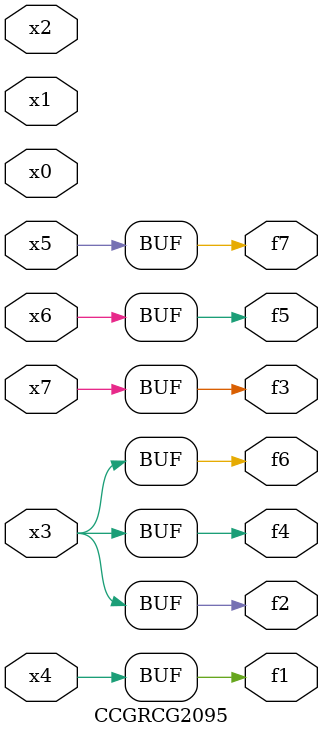
<source format=v>
module CCGRCG2095(
	input x0, x1, x2, x3, x4, x5, x6, x7,
	output f1, f2, f3, f4, f5, f6, f7
);
	assign f1 = x4;
	assign f2 = x3;
	assign f3 = x7;
	assign f4 = x3;
	assign f5 = x6;
	assign f6 = x3;
	assign f7 = x5;
endmodule

</source>
